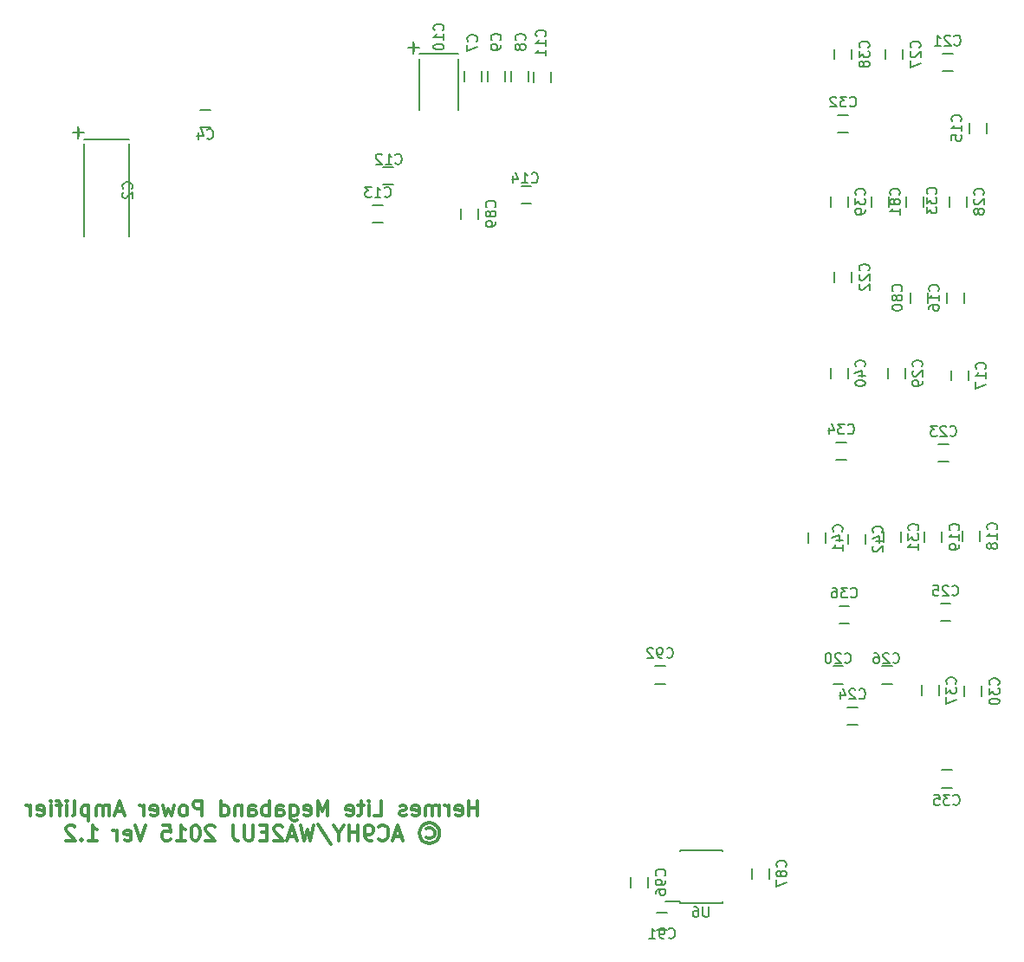
<source format=gbo>
%FSLAX46Y46*%
G04 Gerber Fmt 4.6, Leading zero omitted, Abs format (unit mm)*
G04 Created by KiCad (PCBNEW (2014-10-27 BZR 5228)-product) date 14/05/2015 10:32:42*
%MOMM*%
G01*
G04 APERTURE LIST*
%ADD10C,0.100000*%
%ADD11C,0.300000*%
%ADD12C,0.150000*%
G04 APERTURE END LIST*
D10*
D11*
X147464285Y-135278571D02*
X147464285Y-133778571D01*
X147464285Y-134492857D02*
X146607142Y-134492857D01*
X146607142Y-135278571D02*
X146607142Y-133778571D01*
X145321428Y-135207143D02*
X145464285Y-135278571D01*
X145749999Y-135278571D01*
X145892856Y-135207143D01*
X145964285Y-135064286D01*
X145964285Y-134492857D01*
X145892856Y-134350000D01*
X145749999Y-134278571D01*
X145464285Y-134278571D01*
X145321428Y-134350000D01*
X145249999Y-134492857D01*
X145249999Y-134635714D01*
X145964285Y-134778571D01*
X144607142Y-135278571D02*
X144607142Y-134278571D01*
X144607142Y-134564286D02*
X144535714Y-134421429D01*
X144464285Y-134350000D01*
X144321428Y-134278571D01*
X144178571Y-134278571D01*
X143678571Y-135278571D02*
X143678571Y-134278571D01*
X143678571Y-134421429D02*
X143607143Y-134350000D01*
X143464285Y-134278571D01*
X143250000Y-134278571D01*
X143107143Y-134350000D01*
X143035714Y-134492857D01*
X143035714Y-135278571D01*
X143035714Y-134492857D02*
X142964285Y-134350000D01*
X142821428Y-134278571D01*
X142607143Y-134278571D01*
X142464285Y-134350000D01*
X142392857Y-134492857D01*
X142392857Y-135278571D01*
X141107143Y-135207143D02*
X141250000Y-135278571D01*
X141535714Y-135278571D01*
X141678571Y-135207143D01*
X141750000Y-135064286D01*
X141750000Y-134492857D01*
X141678571Y-134350000D01*
X141535714Y-134278571D01*
X141250000Y-134278571D01*
X141107143Y-134350000D01*
X141035714Y-134492857D01*
X141035714Y-134635714D01*
X141750000Y-134778571D01*
X140464286Y-135207143D02*
X140321429Y-135278571D01*
X140035714Y-135278571D01*
X139892857Y-135207143D01*
X139821429Y-135064286D01*
X139821429Y-134992857D01*
X139892857Y-134850000D01*
X140035714Y-134778571D01*
X140250000Y-134778571D01*
X140392857Y-134707143D01*
X140464286Y-134564286D01*
X140464286Y-134492857D01*
X140392857Y-134350000D01*
X140250000Y-134278571D01*
X140035714Y-134278571D01*
X139892857Y-134350000D01*
X137321428Y-135278571D02*
X138035714Y-135278571D01*
X138035714Y-133778571D01*
X136821428Y-135278571D02*
X136821428Y-134278571D01*
X136821428Y-133778571D02*
X136892857Y-133850000D01*
X136821428Y-133921429D01*
X136750000Y-133850000D01*
X136821428Y-133778571D01*
X136821428Y-133921429D01*
X136321428Y-134278571D02*
X135749999Y-134278571D01*
X136107142Y-133778571D02*
X136107142Y-135064286D01*
X136035714Y-135207143D01*
X135892856Y-135278571D01*
X135749999Y-135278571D01*
X134678571Y-135207143D02*
X134821428Y-135278571D01*
X135107142Y-135278571D01*
X135249999Y-135207143D01*
X135321428Y-135064286D01*
X135321428Y-134492857D01*
X135249999Y-134350000D01*
X135107142Y-134278571D01*
X134821428Y-134278571D01*
X134678571Y-134350000D01*
X134607142Y-134492857D01*
X134607142Y-134635714D01*
X135321428Y-134778571D01*
X132821428Y-135278571D02*
X132821428Y-133778571D01*
X132321428Y-134850000D01*
X131821428Y-133778571D01*
X131821428Y-135278571D01*
X130535714Y-135207143D02*
X130678571Y-135278571D01*
X130964285Y-135278571D01*
X131107142Y-135207143D01*
X131178571Y-135064286D01*
X131178571Y-134492857D01*
X131107142Y-134350000D01*
X130964285Y-134278571D01*
X130678571Y-134278571D01*
X130535714Y-134350000D01*
X130464285Y-134492857D01*
X130464285Y-134635714D01*
X131178571Y-134778571D01*
X129178571Y-134278571D02*
X129178571Y-135492857D01*
X129250000Y-135635714D01*
X129321428Y-135707143D01*
X129464285Y-135778571D01*
X129678571Y-135778571D01*
X129821428Y-135707143D01*
X129178571Y-135207143D02*
X129321428Y-135278571D01*
X129607142Y-135278571D01*
X129750000Y-135207143D01*
X129821428Y-135135714D01*
X129892857Y-134992857D01*
X129892857Y-134564286D01*
X129821428Y-134421429D01*
X129750000Y-134350000D01*
X129607142Y-134278571D01*
X129321428Y-134278571D01*
X129178571Y-134350000D01*
X127821428Y-135278571D02*
X127821428Y-134492857D01*
X127892857Y-134350000D01*
X128035714Y-134278571D01*
X128321428Y-134278571D01*
X128464285Y-134350000D01*
X127821428Y-135207143D02*
X127964285Y-135278571D01*
X128321428Y-135278571D01*
X128464285Y-135207143D01*
X128535714Y-135064286D01*
X128535714Y-134921429D01*
X128464285Y-134778571D01*
X128321428Y-134707143D01*
X127964285Y-134707143D01*
X127821428Y-134635714D01*
X127107142Y-135278571D02*
X127107142Y-133778571D01*
X127107142Y-134350000D02*
X126964285Y-134278571D01*
X126678571Y-134278571D01*
X126535714Y-134350000D01*
X126464285Y-134421429D01*
X126392856Y-134564286D01*
X126392856Y-134992857D01*
X126464285Y-135135714D01*
X126535714Y-135207143D01*
X126678571Y-135278571D01*
X126964285Y-135278571D01*
X127107142Y-135207143D01*
X125107142Y-135278571D02*
X125107142Y-134492857D01*
X125178571Y-134350000D01*
X125321428Y-134278571D01*
X125607142Y-134278571D01*
X125749999Y-134350000D01*
X125107142Y-135207143D02*
X125249999Y-135278571D01*
X125607142Y-135278571D01*
X125749999Y-135207143D01*
X125821428Y-135064286D01*
X125821428Y-134921429D01*
X125749999Y-134778571D01*
X125607142Y-134707143D01*
X125249999Y-134707143D01*
X125107142Y-134635714D01*
X124392856Y-134278571D02*
X124392856Y-135278571D01*
X124392856Y-134421429D02*
X124321428Y-134350000D01*
X124178570Y-134278571D01*
X123964285Y-134278571D01*
X123821428Y-134350000D01*
X123749999Y-134492857D01*
X123749999Y-135278571D01*
X122392856Y-135278571D02*
X122392856Y-133778571D01*
X122392856Y-135207143D02*
X122535713Y-135278571D01*
X122821427Y-135278571D01*
X122964285Y-135207143D01*
X123035713Y-135135714D01*
X123107142Y-134992857D01*
X123107142Y-134564286D01*
X123035713Y-134421429D01*
X122964285Y-134350000D01*
X122821427Y-134278571D01*
X122535713Y-134278571D01*
X122392856Y-134350000D01*
X120535713Y-135278571D02*
X120535713Y-133778571D01*
X119964285Y-133778571D01*
X119821427Y-133850000D01*
X119749999Y-133921429D01*
X119678570Y-134064286D01*
X119678570Y-134278571D01*
X119749999Y-134421429D01*
X119821427Y-134492857D01*
X119964285Y-134564286D01*
X120535713Y-134564286D01*
X118821427Y-135278571D02*
X118964285Y-135207143D01*
X119035713Y-135135714D01*
X119107142Y-134992857D01*
X119107142Y-134564286D01*
X119035713Y-134421429D01*
X118964285Y-134350000D01*
X118821427Y-134278571D01*
X118607142Y-134278571D01*
X118464285Y-134350000D01*
X118392856Y-134421429D01*
X118321427Y-134564286D01*
X118321427Y-134992857D01*
X118392856Y-135135714D01*
X118464285Y-135207143D01*
X118607142Y-135278571D01*
X118821427Y-135278571D01*
X117821427Y-134278571D02*
X117535713Y-135278571D01*
X117249999Y-134564286D01*
X116964284Y-135278571D01*
X116678570Y-134278571D01*
X115535713Y-135207143D02*
X115678570Y-135278571D01*
X115964284Y-135278571D01*
X116107141Y-135207143D01*
X116178570Y-135064286D01*
X116178570Y-134492857D01*
X116107141Y-134350000D01*
X115964284Y-134278571D01*
X115678570Y-134278571D01*
X115535713Y-134350000D01*
X115464284Y-134492857D01*
X115464284Y-134635714D01*
X116178570Y-134778571D01*
X114821427Y-135278571D02*
X114821427Y-134278571D01*
X114821427Y-134564286D02*
X114749999Y-134421429D01*
X114678570Y-134350000D01*
X114535713Y-134278571D01*
X114392856Y-134278571D01*
X112821428Y-134850000D02*
X112107142Y-134850000D01*
X112964285Y-135278571D02*
X112464285Y-133778571D01*
X111964285Y-135278571D01*
X111464285Y-135278571D02*
X111464285Y-134278571D01*
X111464285Y-134421429D02*
X111392857Y-134350000D01*
X111249999Y-134278571D01*
X111035714Y-134278571D01*
X110892857Y-134350000D01*
X110821428Y-134492857D01*
X110821428Y-135278571D01*
X110821428Y-134492857D02*
X110749999Y-134350000D01*
X110607142Y-134278571D01*
X110392857Y-134278571D01*
X110249999Y-134350000D01*
X110178571Y-134492857D01*
X110178571Y-135278571D01*
X109464285Y-134278571D02*
X109464285Y-135778571D01*
X109464285Y-134350000D02*
X109321428Y-134278571D01*
X109035714Y-134278571D01*
X108892857Y-134350000D01*
X108821428Y-134421429D01*
X108749999Y-134564286D01*
X108749999Y-134992857D01*
X108821428Y-135135714D01*
X108892857Y-135207143D01*
X109035714Y-135278571D01*
X109321428Y-135278571D01*
X109464285Y-135207143D01*
X107892856Y-135278571D02*
X108035714Y-135207143D01*
X108107142Y-135064286D01*
X108107142Y-133778571D01*
X107321428Y-135278571D02*
X107321428Y-134278571D01*
X107321428Y-133778571D02*
X107392857Y-133850000D01*
X107321428Y-133921429D01*
X107250000Y-133850000D01*
X107321428Y-133778571D01*
X107321428Y-133921429D01*
X106821428Y-134278571D02*
X106249999Y-134278571D01*
X106607142Y-135278571D02*
X106607142Y-133992857D01*
X106535714Y-133850000D01*
X106392856Y-133778571D01*
X106249999Y-133778571D01*
X105749999Y-135278571D02*
X105749999Y-134278571D01*
X105749999Y-133778571D02*
X105821428Y-133850000D01*
X105749999Y-133921429D01*
X105678571Y-133850000D01*
X105749999Y-133778571D01*
X105749999Y-133921429D01*
X104464285Y-135207143D02*
X104607142Y-135278571D01*
X104892856Y-135278571D01*
X105035713Y-135207143D01*
X105107142Y-135064286D01*
X105107142Y-134492857D01*
X105035713Y-134350000D01*
X104892856Y-134278571D01*
X104607142Y-134278571D01*
X104464285Y-134350000D01*
X104392856Y-134492857D01*
X104392856Y-134635714D01*
X105107142Y-134778571D01*
X103749999Y-135278571D02*
X103749999Y-134278571D01*
X103749999Y-134564286D02*
X103678571Y-134421429D01*
X103607142Y-134350000D01*
X103464285Y-134278571D01*
X103321428Y-134278571D01*
X142464283Y-136535714D02*
X142607141Y-136464286D01*
X142892855Y-136464286D01*
X143035712Y-136535714D01*
X143178569Y-136678571D01*
X143249998Y-136821429D01*
X143249998Y-137107143D01*
X143178569Y-137250000D01*
X143035712Y-137392857D01*
X142892855Y-137464286D01*
X142607141Y-137464286D01*
X142464283Y-137392857D01*
X142749998Y-135964286D02*
X143107141Y-136035714D01*
X143464283Y-136250000D01*
X143678569Y-136607143D01*
X143749998Y-136964286D01*
X143678569Y-137321429D01*
X143464283Y-137678571D01*
X143107141Y-137892857D01*
X142749998Y-137964286D01*
X142392855Y-137892857D01*
X142035712Y-137678571D01*
X141821426Y-137321429D01*
X141749998Y-136964286D01*
X141821426Y-136607143D01*
X142035712Y-136250000D01*
X142392855Y-136035714D01*
X142749998Y-135964286D01*
X140035712Y-137250000D02*
X139321426Y-137250000D01*
X140178569Y-137678571D02*
X139678569Y-136178571D01*
X139178569Y-137678571D01*
X137821426Y-137535714D02*
X137892855Y-137607143D01*
X138107141Y-137678571D01*
X138249998Y-137678571D01*
X138464283Y-137607143D01*
X138607141Y-137464286D01*
X138678569Y-137321429D01*
X138749998Y-137035714D01*
X138749998Y-136821429D01*
X138678569Y-136535714D01*
X138607141Y-136392857D01*
X138464283Y-136250000D01*
X138249998Y-136178571D01*
X138107141Y-136178571D01*
X137892855Y-136250000D01*
X137821426Y-136321429D01*
X137107141Y-137678571D02*
X136821426Y-137678571D01*
X136678569Y-137607143D01*
X136607141Y-137535714D01*
X136464283Y-137321429D01*
X136392855Y-137035714D01*
X136392855Y-136464286D01*
X136464283Y-136321429D01*
X136535712Y-136250000D01*
X136678569Y-136178571D01*
X136964283Y-136178571D01*
X137107141Y-136250000D01*
X137178569Y-136321429D01*
X137249998Y-136464286D01*
X137249998Y-136821429D01*
X137178569Y-136964286D01*
X137107141Y-137035714D01*
X136964283Y-137107143D01*
X136678569Y-137107143D01*
X136535712Y-137035714D01*
X136464283Y-136964286D01*
X136392855Y-136821429D01*
X135749998Y-137678571D02*
X135749998Y-136178571D01*
X135749998Y-136892857D02*
X134892855Y-136892857D01*
X134892855Y-137678571D02*
X134892855Y-136178571D01*
X133892855Y-136964286D02*
X133892855Y-137678571D01*
X134392855Y-136178571D02*
X133892855Y-136964286D01*
X133392855Y-136178571D01*
X131821427Y-136107143D02*
X133107141Y-138035714D01*
X131464283Y-136178571D02*
X131107140Y-137678571D01*
X130821426Y-136607143D01*
X130535712Y-137678571D01*
X130178569Y-136178571D01*
X129678569Y-137250000D02*
X128964283Y-137250000D01*
X129821426Y-137678571D02*
X129321426Y-136178571D01*
X128821426Y-137678571D01*
X128392855Y-136321429D02*
X128321426Y-136250000D01*
X128178569Y-136178571D01*
X127821426Y-136178571D01*
X127678569Y-136250000D01*
X127607140Y-136321429D01*
X127535712Y-136464286D01*
X127535712Y-136607143D01*
X127607140Y-136821429D01*
X128464283Y-137678571D01*
X127535712Y-137678571D01*
X126892855Y-136892857D02*
X126392855Y-136892857D01*
X126178569Y-137678571D02*
X126892855Y-137678571D01*
X126892855Y-136178571D01*
X126178569Y-136178571D01*
X125535712Y-136178571D02*
X125535712Y-137392857D01*
X125464284Y-137535714D01*
X125392855Y-137607143D01*
X125249998Y-137678571D01*
X124964284Y-137678571D01*
X124821426Y-137607143D01*
X124749998Y-137535714D01*
X124678569Y-137392857D01*
X124678569Y-136178571D01*
X123535712Y-136178571D02*
X123535712Y-137250000D01*
X123607140Y-137464286D01*
X123749997Y-137607143D01*
X123964283Y-137678571D01*
X124107140Y-137678571D01*
X121749998Y-136321429D02*
X121678569Y-136250000D01*
X121535712Y-136178571D01*
X121178569Y-136178571D01*
X121035712Y-136250000D01*
X120964283Y-136321429D01*
X120892855Y-136464286D01*
X120892855Y-136607143D01*
X120964283Y-136821429D01*
X121821426Y-137678571D01*
X120892855Y-137678571D01*
X119964284Y-136178571D02*
X119821427Y-136178571D01*
X119678570Y-136250000D01*
X119607141Y-136321429D01*
X119535712Y-136464286D01*
X119464284Y-136750000D01*
X119464284Y-137107143D01*
X119535712Y-137392857D01*
X119607141Y-137535714D01*
X119678570Y-137607143D01*
X119821427Y-137678571D01*
X119964284Y-137678571D01*
X120107141Y-137607143D01*
X120178570Y-137535714D01*
X120249998Y-137392857D01*
X120321427Y-137107143D01*
X120321427Y-136750000D01*
X120249998Y-136464286D01*
X120178570Y-136321429D01*
X120107141Y-136250000D01*
X119964284Y-136178571D01*
X118035713Y-137678571D02*
X118892856Y-137678571D01*
X118464284Y-137678571D02*
X118464284Y-136178571D01*
X118607141Y-136392857D01*
X118749999Y-136535714D01*
X118892856Y-136607143D01*
X116678570Y-136178571D02*
X117392856Y-136178571D01*
X117464285Y-136892857D01*
X117392856Y-136821429D01*
X117249999Y-136750000D01*
X116892856Y-136750000D01*
X116749999Y-136821429D01*
X116678570Y-136892857D01*
X116607142Y-137035714D01*
X116607142Y-137392857D01*
X116678570Y-137535714D01*
X116749999Y-137607143D01*
X116892856Y-137678571D01*
X117249999Y-137678571D01*
X117392856Y-137607143D01*
X117464285Y-137535714D01*
X115035714Y-136178571D02*
X114535714Y-137678571D01*
X114035714Y-136178571D01*
X112964286Y-137607143D02*
X113107143Y-137678571D01*
X113392857Y-137678571D01*
X113535714Y-137607143D01*
X113607143Y-137464286D01*
X113607143Y-136892857D01*
X113535714Y-136750000D01*
X113392857Y-136678571D01*
X113107143Y-136678571D01*
X112964286Y-136750000D01*
X112892857Y-136892857D01*
X112892857Y-137035714D01*
X113607143Y-137178571D01*
X112250000Y-137678571D02*
X112250000Y-136678571D01*
X112250000Y-136964286D02*
X112178572Y-136821429D01*
X112107143Y-136750000D01*
X111964286Y-136678571D01*
X111821429Y-136678571D01*
X109392858Y-137678571D02*
X110250001Y-137678571D01*
X109821429Y-137678571D02*
X109821429Y-136178571D01*
X109964286Y-136392857D01*
X110107144Y-136535714D01*
X110250001Y-136607143D01*
X108750001Y-137535714D02*
X108678573Y-137607143D01*
X108750001Y-137678571D01*
X108821430Y-137607143D01*
X108750001Y-137535714D01*
X108750001Y-137678571D01*
X108107144Y-136321429D02*
X108035715Y-136250000D01*
X107892858Y-136178571D01*
X107535715Y-136178571D01*
X107392858Y-136250000D01*
X107321429Y-136321429D01*
X107250001Y-136464286D01*
X107250001Y-136607143D01*
X107321429Y-136821429D01*
X108178572Y-137678571D01*
X107250001Y-137678571D01*
D12*
X121353200Y-67982200D02*
X120353200Y-67982200D01*
X120353200Y-66282200D02*
X121353200Y-66282200D01*
X147839800Y-62479300D02*
X147839800Y-63479300D01*
X146139800Y-63479300D02*
X146139800Y-62479300D01*
X152411800Y-62479300D02*
X152411800Y-63479300D01*
X150711800Y-63479300D02*
X150711800Y-62479300D01*
X150163900Y-62479300D02*
X150163900Y-63479300D01*
X148463900Y-63479300D02*
X148463900Y-62479300D01*
X154659700Y-62555500D02*
X154659700Y-63555500D01*
X152959700Y-63555500D02*
X152959700Y-62555500D01*
X138200000Y-71850000D02*
X139200000Y-71850000D01*
X139200000Y-73550000D02*
X138200000Y-73550000D01*
X137231500Y-75578600D02*
X138231500Y-75578600D01*
X138231500Y-77278600D02*
X137231500Y-77278600D01*
X151722200Y-73711700D02*
X152722200Y-73711700D01*
X152722200Y-75411700D02*
X151722200Y-75411700D01*
X195550000Y-68500000D02*
X195550000Y-67500000D01*
X197250000Y-67500000D02*
X197250000Y-68500000D01*
X193350000Y-85100000D02*
X193350000Y-84100000D01*
X195050000Y-84100000D02*
X195050000Y-85100000D01*
X195450000Y-91700000D02*
X195450000Y-92700000D01*
X193750000Y-92700000D02*
X193750000Y-91700000D01*
X196550000Y-107400000D02*
X196550000Y-108400000D01*
X194850000Y-108400000D02*
X194850000Y-107400000D01*
X192850000Y-107500000D02*
X192850000Y-108500000D01*
X191150000Y-108500000D02*
X191150000Y-107500000D01*
X183200000Y-122350000D02*
X182200000Y-122350000D01*
X182200000Y-120650000D02*
X183200000Y-120650000D01*
X192900000Y-60750000D02*
X193900000Y-60750000D01*
X193900000Y-62450000D02*
X192900000Y-62450000D01*
X184050000Y-82100000D02*
X184050000Y-83100000D01*
X182350000Y-83100000D02*
X182350000Y-82100000D01*
X192500000Y-98950000D02*
X193500000Y-98950000D01*
X193500000Y-100650000D02*
X192500000Y-100650000D01*
X183600000Y-124650000D02*
X184600000Y-124650000D01*
X184600000Y-126350000D02*
X183600000Y-126350000D01*
X192700000Y-114550000D02*
X193700000Y-114550000D01*
X193700000Y-116250000D02*
X192700000Y-116250000D01*
X188000000Y-122350000D02*
X187000000Y-122350000D01*
X187000000Y-120650000D02*
X188000000Y-120650000D01*
X189050000Y-60300000D02*
X189050000Y-61300000D01*
X187350000Y-61300000D02*
X187350000Y-60300000D01*
X195250000Y-74700000D02*
X195250000Y-75700000D01*
X193550000Y-75700000D02*
X193550000Y-74700000D01*
X189250000Y-91500000D02*
X189250000Y-92500000D01*
X187550000Y-92500000D02*
X187550000Y-91500000D01*
X196750000Y-122600000D02*
X196750000Y-123600000D01*
X195050000Y-123600000D02*
X195050000Y-122600000D01*
X188850000Y-107500000D02*
X188850000Y-108500000D01*
X187150000Y-108500000D02*
X187150000Y-107500000D01*
X182700000Y-66750000D02*
X183700000Y-66750000D01*
X183700000Y-68450000D02*
X182700000Y-68450000D01*
X189350000Y-75700000D02*
X189350000Y-74700000D01*
X191050000Y-74700000D02*
X191050000Y-75700000D01*
X182500000Y-98750000D02*
X183500000Y-98750000D01*
X183500000Y-100450000D02*
X182500000Y-100450000D01*
X193806700Y-132510900D02*
X192806700Y-132510900D01*
X192806700Y-130810900D02*
X193806700Y-130810900D01*
X182800000Y-114750000D02*
X183800000Y-114750000D01*
X183800000Y-116450000D02*
X182800000Y-116450000D01*
X192550000Y-122500000D02*
X192550000Y-123500000D01*
X190850000Y-123500000D02*
X190850000Y-122500000D01*
X184050000Y-60300000D02*
X184050000Y-61300000D01*
X182350000Y-61300000D02*
X182350000Y-60300000D01*
X183650000Y-74700000D02*
X183650000Y-75700000D01*
X181950000Y-75700000D02*
X181950000Y-74700000D01*
X183650000Y-91500000D02*
X183650000Y-92500000D01*
X181950000Y-92500000D02*
X181950000Y-91500000D01*
X181450000Y-107600000D02*
X181450000Y-108600000D01*
X179750000Y-108600000D02*
X179750000Y-107600000D01*
X185350000Y-107700000D02*
X185350000Y-108700000D01*
X183650000Y-108700000D02*
X183650000Y-107700000D01*
X189750000Y-85100000D02*
X189750000Y-84100000D01*
X191450000Y-84100000D02*
X191450000Y-85100000D01*
X187650000Y-74700000D02*
X187650000Y-75700000D01*
X185950000Y-75700000D02*
X185950000Y-74700000D01*
X109000360Y-69098740D02*
X113399640Y-69098740D01*
X113399640Y-69599120D02*
X113399640Y-78600880D01*
X109000360Y-78600880D02*
X109000360Y-69599120D01*
X107898000Y-68445960D02*
X108997820Y-68445960D01*
X108398380Y-67846520D02*
X108398380Y-69045400D01*
X141775180Y-60741560D02*
X145575020Y-60741560D01*
X141775180Y-66240660D02*
X141775180Y-61241940D01*
X145575020Y-66238120D02*
X145575020Y-61239400D01*
X140672820Y-60139580D02*
X141772640Y-60139580D01*
X141173200Y-59540140D02*
X141173200Y-60739020D01*
X175950000Y-140400000D02*
X175950000Y-141400000D01*
X174250000Y-141400000D02*
X174250000Y-140400000D01*
X147550000Y-75900000D02*
X147550000Y-76900000D01*
X145850000Y-76900000D02*
X145850000Y-75900000D01*
X166000000Y-146450000D02*
X165000000Y-146450000D01*
X165000000Y-144750000D02*
X166000000Y-144750000D01*
X164800000Y-120650000D02*
X165800000Y-120650000D01*
X165800000Y-122350000D02*
X164800000Y-122350000D01*
X167225000Y-143775000D02*
X167225000Y-143630000D01*
X171375000Y-143775000D02*
X171375000Y-143630000D01*
X171375000Y-138625000D02*
X171375000Y-138770000D01*
X167225000Y-138625000D02*
X167225000Y-138770000D01*
X167225000Y-143775000D02*
X171375000Y-143775000D01*
X167225000Y-138625000D02*
X171375000Y-138625000D01*
X167225000Y-143630000D02*
X165825000Y-143630000D01*
X164150000Y-141250000D02*
X164150000Y-142250000D01*
X162450000Y-142250000D02*
X162450000Y-141250000D01*
X121030266Y-69010243D02*
X121077885Y-69057862D01*
X121220742Y-69105481D01*
X121315980Y-69105481D01*
X121458838Y-69057862D01*
X121554076Y-68962624D01*
X121601695Y-68867386D01*
X121649314Y-68676910D01*
X121649314Y-68534052D01*
X121601695Y-68343576D01*
X121554076Y-68248338D01*
X121458838Y-68153100D01*
X121315980Y-68105481D01*
X121220742Y-68105481D01*
X121077885Y-68153100D01*
X121030266Y-68200719D01*
X120173123Y-68438814D02*
X120173123Y-69105481D01*
X120411219Y-68057862D02*
X120649314Y-68772148D01*
X120030266Y-68772148D01*
X147357143Y-59533334D02*
X147404762Y-59485715D01*
X147452381Y-59342858D01*
X147452381Y-59247620D01*
X147404762Y-59104762D01*
X147309524Y-59009524D01*
X147214286Y-58961905D01*
X147023810Y-58914286D01*
X146880952Y-58914286D01*
X146690476Y-58961905D01*
X146595238Y-59009524D01*
X146500000Y-59104762D01*
X146452381Y-59247620D01*
X146452381Y-59342858D01*
X146500000Y-59485715D01*
X146547619Y-59533334D01*
X146452381Y-59866667D02*
X146452381Y-60533334D01*
X147452381Y-60104762D01*
X152057143Y-59433334D02*
X152104762Y-59385715D01*
X152152381Y-59242858D01*
X152152381Y-59147620D01*
X152104762Y-59004762D01*
X152009524Y-58909524D01*
X151914286Y-58861905D01*
X151723810Y-58814286D01*
X151580952Y-58814286D01*
X151390476Y-58861905D01*
X151295238Y-58909524D01*
X151200000Y-59004762D01*
X151152381Y-59147620D01*
X151152381Y-59242858D01*
X151200000Y-59385715D01*
X151247619Y-59433334D01*
X151580952Y-60004762D02*
X151533333Y-59909524D01*
X151485714Y-59861905D01*
X151390476Y-59814286D01*
X151342857Y-59814286D01*
X151247619Y-59861905D01*
X151200000Y-59909524D01*
X151152381Y-60004762D01*
X151152381Y-60195239D01*
X151200000Y-60290477D01*
X151247619Y-60338096D01*
X151342857Y-60385715D01*
X151390476Y-60385715D01*
X151485714Y-60338096D01*
X151533333Y-60290477D01*
X151580952Y-60195239D01*
X151580952Y-60004762D01*
X151628571Y-59909524D01*
X151676190Y-59861905D01*
X151771429Y-59814286D01*
X151961905Y-59814286D01*
X152057143Y-59861905D01*
X152104762Y-59909524D01*
X152152381Y-60004762D01*
X152152381Y-60195239D01*
X152104762Y-60290477D01*
X152057143Y-60338096D01*
X151961905Y-60385715D01*
X151771429Y-60385715D01*
X151676190Y-60338096D01*
X151628571Y-60290477D01*
X151580952Y-60195239D01*
X149657143Y-59433334D02*
X149704762Y-59385715D01*
X149752381Y-59242858D01*
X149752381Y-59147620D01*
X149704762Y-59004762D01*
X149609524Y-58909524D01*
X149514286Y-58861905D01*
X149323810Y-58814286D01*
X149180952Y-58814286D01*
X148990476Y-58861905D01*
X148895238Y-58909524D01*
X148800000Y-59004762D01*
X148752381Y-59147620D01*
X148752381Y-59242858D01*
X148800000Y-59385715D01*
X148847619Y-59433334D01*
X149752381Y-59909524D02*
X149752381Y-60100000D01*
X149704762Y-60195239D01*
X149657143Y-60242858D01*
X149514286Y-60338096D01*
X149323810Y-60385715D01*
X148942857Y-60385715D01*
X148847619Y-60338096D01*
X148800000Y-60290477D01*
X148752381Y-60195239D01*
X148752381Y-60004762D01*
X148800000Y-59909524D01*
X148847619Y-59861905D01*
X148942857Y-59814286D01*
X149180952Y-59814286D01*
X149276190Y-59861905D01*
X149323810Y-59909524D01*
X149371429Y-60004762D01*
X149371429Y-60195239D01*
X149323810Y-60290477D01*
X149276190Y-60338096D01*
X149180952Y-60385715D01*
X154057143Y-59057143D02*
X154104762Y-59009524D01*
X154152381Y-58866667D01*
X154152381Y-58771429D01*
X154104762Y-58628571D01*
X154009524Y-58533333D01*
X153914286Y-58485714D01*
X153723810Y-58438095D01*
X153580952Y-58438095D01*
X153390476Y-58485714D01*
X153295238Y-58533333D01*
X153200000Y-58628571D01*
X153152381Y-58771429D01*
X153152381Y-58866667D01*
X153200000Y-59009524D01*
X153247619Y-59057143D01*
X154152381Y-60009524D02*
X154152381Y-59438095D01*
X154152381Y-59723809D02*
X153152381Y-59723809D01*
X153295238Y-59628571D01*
X153390476Y-59533333D01*
X153438095Y-59438095D01*
X154152381Y-60961905D02*
X154152381Y-60390476D01*
X154152381Y-60676190D02*
X153152381Y-60676190D01*
X153295238Y-60580952D01*
X153390476Y-60485714D01*
X153438095Y-60390476D01*
X139429957Y-71452943D02*
X139477576Y-71500562D01*
X139620433Y-71548181D01*
X139715671Y-71548181D01*
X139858529Y-71500562D01*
X139953767Y-71405324D01*
X140001386Y-71310086D01*
X140049005Y-71119610D01*
X140049005Y-70976752D01*
X140001386Y-70786276D01*
X139953767Y-70691038D01*
X139858529Y-70595800D01*
X139715671Y-70548181D01*
X139620433Y-70548181D01*
X139477576Y-70595800D01*
X139429957Y-70643419D01*
X138477576Y-71548181D02*
X139049005Y-71548181D01*
X138763291Y-71548181D02*
X138763291Y-70548181D01*
X138858529Y-70691038D01*
X138953767Y-70786276D01*
X139049005Y-70833895D01*
X138096624Y-70643419D02*
X138049005Y-70595800D01*
X137953767Y-70548181D01*
X137715671Y-70548181D01*
X137620433Y-70595800D01*
X137572814Y-70643419D01*
X137525195Y-70738657D01*
X137525195Y-70833895D01*
X137572814Y-70976752D01*
X138144243Y-71548181D01*
X137525195Y-71548181D01*
X138374357Y-74685743D02*
X138421976Y-74733362D01*
X138564833Y-74780981D01*
X138660071Y-74780981D01*
X138802929Y-74733362D01*
X138898167Y-74638124D01*
X138945786Y-74542886D01*
X138993405Y-74352410D01*
X138993405Y-74209552D01*
X138945786Y-74019076D01*
X138898167Y-73923838D01*
X138802929Y-73828600D01*
X138660071Y-73780981D01*
X138564833Y-73780981D01*
X138421976Y-73828600D01*
X138374357Y-73876219D01*
X137421976Y-74780981D02*
X137993405Y-74780981D01*
X137707691Y-74780981D02*
X137707691Y-73780981D01*
X137802929Y-73923838D01*
X137898167Y-74019076D01*
X137993405Y-74066695D01*
X137088643Y-73780981D02*
X136469595Y-73780981D01*
X136802929Y-74161933D01*
X136660071Y-74161933D01*
X136564833Y-74209552D01*
X136517214Y-74257171D01*
X136469595Y-74352410D01*
X136469595Y-74590505D01*
X136517214Y-74685743D01*
X136564833Y-74733362D01*
X136660071Y-74780981D01*
X136945786Y-74780981D01*
X137041024Y-74733362D01*
X137088643Y-74685743D01*
X152738657Y-73288343D02*
X152786276Y-73335962D01*
X152929133Y-73383581D01*
X153024371Y-73383581D01*
X153167229Y-73335962D01*
X153262467Y-73240724D01*
X153310086Y-73145486D01*
X153357705Y-72955010D01*
X153357705Y-72812152D01*
X153310086Y-72621676D01*
X153262467Y-72526438D01*
X153167229Y-72431200D01*
X153024371Y-72383581D01*
X152929133Y-72383581D01*
X152786276Y-72431200D01*
X152738657Y-72478819D01*
X151786276Y-73383581D02*
X152357705Y-73383581D01*
X152071991Y-73383581D02*
X152071991Y-72383581D01*
X152167229Y-72526438D01*
X152262467Y-72621676D01*
X152357705Y-72669295D01*
X150929133Y-72716914D02*
X150929133Y-73383581D01*
X151167229Y-72335962D02*
X151405324Y-73050248D01*
X150786276Y-73050248D01*
X194657143Y-67357143D02*
X194704762Y-67309524D01*
X194752381Y-67166667D01*
X194752381Y-67071429D01*
X194704762Y-66928571D01*
X194609524Y-66833333D01*
X194514286Y-66785714D01*
X194323810Y-66738095D01*
X194180952Y-66738095D01*
X193990476Y-66785714D01*
X193895238Y-66833333D01*
X193800000Y-66928571D01*
X193752381Y-67071429D01*
X193752381Y-67166667D01*
X193800000Y-67309524D01*
X193847619Y-67357143D01*
X194752381Y-68309524D02*
X194752381Y-67738095D01*
X194752381Y-68023809D02*
X193752381Y-68023809D01*
X193895238Y-67928571D01*
X193990476Y-67833333D01*
X194038095Y-67738095D01*
X193752381Y-69214286D02*
X193752381Y-68738095D01*
X194228571Y-68690476D01*
X194180952Y-68738095D01*
X194133333Y-68833333D01*
X194133333Y-69071429D01*
X194180952Y-69166667D01*
X194228571Y-69214286D01*
X194323810Y-69261905D01*
X194561905Y-69261905D01*
X194657143Y-69214286D01*
X194704762Y-69166667D01*
X194752381Y-69071429D01*
X194752381Y-68833333D01*
X194704762Y-68738095D01*
X194657143Y-68690476D01*
X192457143Y-83957143D02*
X192504762Y-83909524D01*
X192552381Y-83766667D01*
X192552381Y-83671429D01*
X192504762Y-83528571D01*
X192409524Y-83433333D01*
X192314286Y-83385714D01*
X192123810Y-83338095D01*
X191980952Y-83338095D01*
X191790476Y-83385714D01*
X191695238Y-83433333D01*
X191600000Y-83528571D01*
X191552381Y-83671429D01*
X191552381Y-83766667D01*
X191600000Y-83909524D01*
X191647619Y-83957143D01*
X192552381Y-84909524D02*
X192552381Y-84338095D01*
X192552381Y-84623809D02*
X191552381Y-84623809D01*
X191695238Y-84528571D01*
X191790476Y-84433333D01*
X191838095Y-84338095D01*
X191552381Y-85766667D02*
X191552381Y-85576190D01*
X191600000Y-85480952D01*
X191647619Y-85433333D01*
X191790476Y-85338095D01*
X191980952Y-85290476D01*
X192361905Y-85290476D01*
X192457143Y-85338095D01*
X192504762Y-85385714D01*
X192552381Y-85480952D01*
X192552381Y-85671429D01*
X192504762Y-85766667D01*
X192457143Y-85814286D01*
X192361905Y-85861905D01*
X192123810Y-85861905D01*
X192028571Y-85814286D01*
X191980952Y-85766667D01*
X191933333Y-85671429D01*
X191933333Y-85480952D01*
X191980952Y-85385714D01*
X192028571Y-85338095D01*
X192123810Y-85290476D01*
X197057143Y-91557143D02*
X197104762Y-91509524D01*
X197152381Y-91366667D01*
X197152381Y-91271429D01*
X197104762Y-91128571D01*
X197009524Y-91033333D01*
X196914286Y-90985714D01*
X196723810Y-90938095D01*
X196580952Y-90938095D01*
X196390476Y-90985714D01*
X196295238Y-91033333D01*
X196200000Y-91128571D01*
X196152381Y-91271429D01*
X196152381Y-91366667D01*
X196200000Y-91509524D01*
X196247619Y-91557143D01*
X197152381Y-92509524D02*
X197152381Y-91938095D01*
X197152381Y-92223809D02*
X196152381Y-92223809D01*
X196295238Y-92128571D01*
X196390476Y-92033333D01*
X196438095Y-91938095D01*
X196152381Y-92842857D02*
X196152381Y-93509524D01*
X197152381Y-93080952D01*
X198157143Y-107257143D02*
X198204762Y-107209524D01*
X198252381Y-107066667D01*
X198252381Y-106971429D01*
X198204762Y-106828571D01*
X198109524Y-106733333D01*
X198014286Y-106685714D01*
X197823810Y-106638095D01*
X197680952Y-106638095D01*
X197490476Y-106685714D01*
X197395238Y-106733333D01*
X197300000Y-106828571D01*
X197252381Y-106971429D01*
X197252381Y-107066667D01*
X197300000Y-107209524D01*
X197347619Y-107257143D01*
X198252381Y-108209524D02*
X198252381Y-107638095D01*
X198252381Y-107923809D02*
X197252381Y-107923809D01*
X197395238Y-107828571D01*
X197490476Y-107733333D01*
X197538095Y-107638095D01*
X197680952Y-108780952D02*
X197633333Y-108685714D01*
X197585714Y-108638095D01*
X197490476Y-108590476D01*
X197442857Y-108590476D01*
X197347619Y-108638095D01*
X197300000Y-108685714D01*
X197252381Y-108780952D01*
X197252381Y-108971429D01*
X197300000Y-109066667D01*
X197347619Y-109114286D01*
X197442857Y-109161905D01*
X197490476Y-109161905D01*
X197585714Y-109114286D01*
X197633333Y-109066667D01*
X197680952Y-108971429D01*
X197680952Y-108780952D01*
X197728571Y-108685714D01*
X197776190Y-108638095D01*
X197871429Y-108590476D01*
X198061905Y-108590476D01*
X198157143Y-108638095D01*
X198204762Y-108685714D01*
X198252381Y-108780952D01*
X198252381Y-108971429D01*
X198204762Y-109066667D01*
X198157143Y-109114286D01*
X198061905Y-109161905D01*
X197871429Y-109161905D01*
X197776190Y-109114286D01*
X197728571Y-109066667D01*
X197680952Y-108971429D01*
X194457143Y-107357143D02*
X194504762Y-107309524D01*
X194552381Y-107166667D01*
X194552381Y-107071429D01*
X194504762Y-106928571D01*
X194409524Y-106833333D01*
X194314286Y-106785714D01*
X194123810Y-106738095D01*
X193980952Y-106738095D01*
X193790476Y-106785714D01*
X193695238Y-106833333D01*
X193600000Y-106928571D01*
X193552381Y-107071429D01*
X193552381Y-107166667D01*
X193600000Y-107309524D01*
X193647619Y-107357143D01*
X194552381Y-108309524D02*
X194552381Y-107738095D01*
X194552381Y-108023809D02*
X193552381Y-108023809D01*
X193695238Y-107928571D01*
X193790476Y-107833333D01*
X193838095Y-107738095D01*
X194552381Y-108785714D02*
X194552381Y-108976190D01*
X194504762Y-109071429D01*
X194457143Y-109119048D01*
X194314286Y-109214286D01*
X194123810Y-109261905D01*
X193742857Y-109261905D01*
X193647619Y-109214286D01*
X193600000Y-109166667D01*
X193552381Y-109071429D01*
X193552381Y-108880952D01*
X193600000Y-108785714D01*
X193647619Y-108738095D01*
X193742857Y-108690476D01*
X193980952Y-108690476D01*
X194076190Y-108738095D01*
X194123810Y-108785714D01*
X194171429Y-108880952D01*
X194171429Y-109071429D01*
X194123810Y-109166667D01*
X194076190Y-109214286D01*
X193980952Y-109261905D01*
X183342857Y-120257143D02*
X183390476Y-120304762D01*
X183533333Y-120352381D01*
X183628571Y-120352381D01*
X183771429Y-120304762D01*
X183866667Y-120209524D01*
X183914286Y-120114286D01*
X183961905Y-119923810D01*
X183961905Y-119780952D01*
X183914286Y-119590476D01*
X183866667Y-119495238D01*
X183771429Y-119400000D01*
X183628571Y-119352381D01*
X183533333Y-119352381D01*
X183390476Y-119400000D01*
X183342857Y-119447619D01*
X182961905Y-119447619D02*
X182914286Y-119400000D01*
X182819048Y-119352381D01*
X182580952Y-119352381D01*
X182485714Y-119400000D01*
X182438095Y-119447619D01*
X182390476Y-119542857D01*
X182390476Y-119638095D01*
X182438095Y-119780952D01*
X183009524Y-120352381D01*
X182390476Y-120352381D01*
X181771429Y-119352381D02*
X181676190Y-119352381D01*
X181580952Y-119400000D01*
X181533333Y-119447619D01*
X181485714Y-119542857D01*
X181438095Y-119733333D01*
X181438095Y-119971429D01*
X181485714Y-120161905D01*
X181533333Y-120257143D01*
X181580952Y-120304762D01*
X181676190Y-120352381D01*
X181771429Y-120352381D01*
X181866667Y-120304762D01*
X181914286Y-120257143D01*
X181961905Y-120161905D01*
X182009524Y-119971429D01*
X182009524Y-119733333D01*
X181961905Y-119542857D01*
X181914286Y-119447619D01*
X181866667Y-119400000D01*
X181771429Y-119352381D01*
X194042857Y-59857143D02*
X194090476Y-59904762D01*
X194233333Y-59952381D01*
X194328571Y-59952381D01*
X194471429Y-59904762D01*
X194566667Y-59809524D01*
X194614286Y-59714286D01*
X194661905Y-59523810D01*
X194661905Y-59380952D01*
X194614286Y-59190476D01*
X194566667Y-59095238D01*
X194471429Y-59000000D01*
X194328571Y-58952381D01*
X194233333Y-58952381D01*
X194090476Y-59000000D01*
X194042857Y-59047619D01*
X193661905Y-59047619D02*
X193614286Y-59000000D01*
X193519048Y-58952381D01*
X193280952Y-58952381D01*
X193185714Y-59000000D01*
X193138095Y-59047619D01*
X193090476Y-59142857D01*
X193090476Y-59238095D01*
X193138095Y-59380952D01*
X193709524Y-59952381D01*
X193090476Y-59952381D01*
X192138095Y-59952381D02*
X192709524Y-59952381D01*
X192423810Y-59952381D02*
X192423810Y-58952381D01*
X192519048Y-59095238D01*
X192614286Y-59190476D01*
X192709524Y-59238095D01*
X185657143Y-81957143D02*
X185704762Y-81909524D01*
X185752381Y-81766667D01*
X185752381Y-81671429D01*
X185704762Y-81528571D01*
X185609524Y-81433333D01*
X185514286Y-81385714D01*
X185323810Y-81338095D01*
X185180952Y-81338095D01*
X184990476Y-81385714D01*
X184895238Y-81433333D01*
X184800000Y-81528571D01*
X184752381Y-81671429D01*
X184752381Y-81766667D01*
X184800000Y-81909524D01*
X184847619Y-81957143D01*
X184847619Y-82338095D02*
X184800000Y-82385714D01*
X184752381Y-82480952D01*
X184752381Y-82719048D01*
X184800000Y-82814286D01*
X184847619Y-82861905D01*
X184942857Y-82909524D01*
X185038095Y-82909524D01*
X185180952Y-82861905D01*
X185752381Y-82290476D01*
X185752381Y-82909524D01*
X184847619Y-83290476D02*
X184800000Y-83338095D01*
X184752381Y-83433333D01*
X184752381Y-83671429D01*
X184800000Y-83766667D01*
X184847619Y-83814286D01*
X184942857Y-83861905D01*
X185038095Y-83861905D01*
X185180952Y-83814286D01*
X185752381Y-83242857D01*
X185752381Y-83861905D01*
X193642857Y-98057143D02*
X193690476Y-98104762D01*
X193833333Y-98152381D01*
X193928571Y-98152381D01*
X194071429Y-98104762D01*
X194166667Y-98009524D01*
X194214286Y-97914286D01*
X194261905Y-97723810D01*
X194261905Y-97580952D01*
X194214286Y-97390476D01*
X194166667Y-97295238D01*
X194071429Y-97200000D01*
X193928571Y-97152381D01*
X193833333Y-97152381D01*
X193690476Y-97200000D01*
X193642857Y-97247619D01*
X193261905Y-97247619D02*
X193214286Y-97200000D01*
X193119048Y-97152381D01*
X192880952Y-97152381D01*
X192785714Y-97200000D01*
X192738095Y-97247619D01*
X192690476Y-97342857D01*
X192690476Y-97438095D01*
X192738095Y-97580952D01*
X193309524Y-98152381D01*
X192690476Y-98152381D01*
X192357143Y-97152381D02*
X191738095Y-97152381D01*
X192071429Y-97533333D01*
X191928571Y-97533333D01*
X191833333Y-97580952D01*
X191785714Y-97628571D01*
X191738095Y-97723810D01*
X191738095Y-97961905D01*
X191785714Y-98057143D01*
X191833333Y-98104762D01*
X191928571Y-98152381D01*
X192214286Y-98152381D01*
X192309524Y-98104762D01*
X192357143Y-98057143D01*
X184742857Y-123757143D02*
X184790476Y-123804762D01*
X184933333Y-123852381D01*
X185028571Y-123852381D01*
X185171429Y-123804762D01*
X185266667Y-123709524D01*
X185314286Y-123614286D01*
X185361905Y-123423810D01*
X185361905Y-123280952D01*
X185314286Y-123090476D01*
X185266667Y-122995238D01*
X185171429Y-122900000D01*
X185028571Y-122852381D01*
X184933333Y-122852381D01*
X184790476Y-122900000D01*
X184742857Y-122947619D01*
X184361905Y-122947619D02*
X184314286Y-122900000D01*
X184219048Y-122852381D01*
X183980952Y-122852381D01*
X183885714Y-122900000D01*
X183838095Y-122947619D01*
X183790476Y-123042857D01*
X183790476Y-123138095D01*
X183838095Y-123280952D01*
X184409524Y-123852381D01*
X183790476Y-123852381D01*
X182933333Y-123185714D02*
X182933333Y-123852381D01*
X183171429Y-122804762D02*
X183409524Y-123519048D01*
X182790476Y-123519048D01*
X193842857Y-113657143D02*
X193890476Y-113704762D01*
X194033333Y-113752381D01*
X194128571Y-113752381D01*
X194271429Y-113704762D01*
X194366667Y-113609524D01*
X194414286Y-113514286D01*
X194461905Y-113323810D01*
X194461905Y-113180952D01*
X194414286Y-112990476D01*
X194366667Y-112895238D01*
X194271429Y-112800000D01*
X194128571Y-112752381D01*
X194033333Y-112752381D01*
X193890476Y-112800000D01*
X193842857Y-112847619D01*
X193461905Y-112847619D02*
X193414286Y-112800000D01*
X193319048Y-112752381D01*
X193080952Y-112752381D01*
X192985714Y-112800000D01*
X192938095Y-112847619D01*
X192890476Y-112942857D01*
X192890476Y-113038095D01*
X192938095Y-113180952D01*
X193509524Y-113752381D01*
X192890476Y-113752381D01*
X191985714Y-112752381D02*
X192461905Y-112752381D01*
X192509524Y-113228571D01*
X192461905Y-113180952D01*
X192366667Y-113133333D01*
X192128571Y-113133333D01*
X192033333Y-113180952D01*
X191985714Y-113228571D01*
X191938095Y-113323810D01*
X191938095Y-113561905D01*
X191985714Y-113657143D01*
X192033333Y-113704762D01*
X192128571Y-113752381D01*
X192366667Y-113752381D01*
X192461905Y-113704762D01*
X192509524Y-113657143D01*
X188042857Y-120257143D02*
X188090476Y-120304762D01*
X188233333Y-120352381D01*
X188328571Y-120352381D01*
X188471429Y-120304762D01*
X188566667Y-120209524D01*
X188614286Y-120114286D01*
X188661905Y-119923810D01*
X188661905Y-119780952D01*
X188614286Y-119590476D01*
X188566667Y-119495238D01*
X188471429Y-119400000D01*
X188328571Y-119352381D01*
X188233333Y-119352381D01*
X188090476Y-119400000D01*
X188042857Y-119447619D01*
X187661905Y-119447619D02*
X187614286Y-119400000D01*
X187519048Y-119352381D01*
X187280952Y-119352381D01*
X187185714Y-119400000D01*
X187138095Y-119447619D01*
X187090476Y-119542857D01*
X187090476Y-119638095D01*
X187138095Y-119780952D01*
X187709524Y-120352381D01*
X187090476Y-120352381D01*
X186233333Y-119352381D02*
X186423810Y-119352381D01*
X186519048Y-119400000D01*
X186566667Y-119447619D01*
X186661905Y-119590476D01*
X186709524Y-119780952D01*
X186709524Y-120161905D01*
X186661905Y-120257143D01*
X186614286Y-120304762D01*
X186519048Y-120352381D01*
X186328571Y-120352381D01*
X186233333Y-120304762D01*
X186185714Y-120257143D01*
X186138095Y-120161905D01*
X186138095Y-119923810D01*
X186185714Y-119828571D01*
X186233333Y-119780952D01*
X186328571Y-119733333D01*
X186519048Y-119733333D01*
X186614286Y-119780952D01*
X186661905Y-119828571D01*
X186709524Y-119923810D01*
X190657143Y-60157143D02*
X190704762Y-60109524D01*
X190752381Y-59966667D01*
X190752381Y-59871429D01*
X190704762Y-59728571D01*
X190609524Y-59633333D01*
X190514286Y-59585714D01*
X190323810Y-59538095D01*
X190180952Y-59538095D01*
X189990476Y-59585714D01*
X189895238Y-59633333D01*
X189800000Y-59728571D01*
X189752381Y-59871429D01*
X189752381Y-59966667D01*
X189800000Y-60109524D01*
X189847619Y-60157143D01*
X189847619Y-60538095D02*
X189800000Y-60585714D01*
X189752381Y-60680952D01*
X189752381Y-60919048D01*
X189800000Y-61014286D01*
X189847619Y-61061905D01*
X189942857Y-61109524D01*
X190038095Y-61109524D01*
X190180952Y-61061905D01*
X190752381Y-60490476D01*
X190752381Y-61109524D01*
X189752381Y-61442857D02*
X189752381Y-62109524D01*
X190752381Y-61680952D01*
X196857143Y-74557143D02*
X196904762Y-74509524D01*
X196952381Y-74366667D01*
X196952381Y-74271429D01*
X196904762Y-74128571D01*
X196809524Y-74033333D01*
X196714286Y-73985714D01*
X196523810Y-73938095D01*
X196380952Y-73938095D01*
X196190476Y-73985714D01*
X196095238Y-74033333D01*
X196000000Y-74128571D01*
X195952381Y-74271429D01*
X195952381Y-74366667D01*
X196000000Y-74509524D01*
X196047619Y-74557143D01*
X196047619Y-74938095D02*
X196000000Y-74985714D01*
X195952381Y-75080952D01*
X195952381Y-75319048D01*
X196000000Y-75414286D01*
X196047619Y-75461905D01*
X196142857Y-75509524D01*
X196238095Y-75509524D01*
X196380952Y-75461905D01*
X196952381Y-74890476D01*
X196952381Y-75509524D01*
X196380952Y-76080952D02*
X196333333Y-75985714D01*
X196285714Y-75938095D01*
X196190476Y-75890476D01*
X196142857Y-75890476D01*
X196047619Y-75938095D01*
X196000000Y-75985714D01*
X195952381Y-76080952D01*
X195952381Y-76271429D01*
X196000000Y-76366667D01*
X196047619Y-76414286D01*
X196142857Y-76461905D01*
X196190476Y-76461905D01*
X196285714Y-76414286D01*
X196333333Y-76366667D01*
X196380952Y-76271429D01*
X196380952Y-76080952D01*
X196428571Y-75985714D01*
X196476190Y-75938095D01*
X196571429Y-75890476D01*
X196761905Y-75890476D01*
X196857143Y-75938095D01*
X196904762Y-75985714D01*
X196952381Y-76080952D01*
X196952381Y-76271429D01*
X196904762Y-76366667D01*
X196857143Y-76414286D01*
X196761905Y-76461905D01*
X196571429Y-76461905D01*
X196476190Y-76414286D01*
X196428571Y-76366667D01*
X196380952Y-76271429D01*
X190857143Y-91357143D02*
X190904762Y-91309524D01*
X190952381Y-91166667D01*
X190952381Y-91071429D01*
X190904762Y-90928571D01*
X190809524Y-90833333D01*
X190714286Y-90785714D01*
X190523810Y-90738095D01*
X190380952Y-90738095D01*
X190190476Y-90785714D01*
X190095238Y-90833333D01*
X190000000Y-90928571D01*
X189952381Y-91071429D01*
X189952381Y-91166667D01*
X190000000Y-91309524D01*
X190047619Y-91357143D01*
X190047619Y-91738095D02*
X190000000Y-91785714D01*
X189952381Y-91880952D01*
X189952381Y-92119048D01*
X190000000Y-92214286D01*
X190047619Y-92261905D01*
X190142857Y-92309524D01*
X190238095Y-92309524D01*
X190380952Y-92261905D01*
X190952381Y-91690476D01*
X190952381Y-92309524D01*
X190952381Y-92785714D02*
X190952381Y-92976190D01*
X190904762Y-93071429D01*
X190857143Y-93119048D01*
X190714286Y-93214286D01*
X190523810Y-93261905D01*
X190142857Y-93261905D01*
X190047619Y-93214286D01*
X190000000Y-93166667D01*
X189952381Y-93071429D01*
X189952381Y-92880952D01*
X190000000Y-92785714D01*
X190047619Y-92738095D01*
X190142857Y-92690476D01*
X190380952Y-92690476D01*
X190476190Y-92738095D01*
X190523810Y-92785714D01*
X190571429Y-92880952D01*
X190571429Y-93071429D01*
X190523810Y-93166667D01*
X190476190Y-93214286D01*
X190380952Y-93261905D01*
X198357143Y-122457143D02*
X198404762Y-122409524D01*
X198452381Y-122266667D01*
X198452381Y-122171429D01*
X198404762Y-122028571D01*
X198309524Y-121933333D01*
X198214286Y-121885714D01*
X198023810Y-121838095D01*
X197880952Y-121838095D01*
X197690476Y-121885714D01*
X197595238Y-121933333D01*
X197500000Y-122028571D01*
X197452381Y-122171429D01*
X197452381Y-122266667D01*
X197500000Y-122409524D01*
X197547619Y-122457143D01*
X197452381Y-122790476D02*
X197452381Y-123409524D01*
X197833333Y-123076190D01*
X197833333Y-123219048D01*
X197880952Y-123314286D01*
X197928571Y-123361905D01*
X198023810Y-123409524D01*
X198261905Y-123409524D01*
X198357143Y-123361905D01*
X198404762Y-123314286D01*
X198452381Y-123219048D01*
X198452381Y-122933333D01*
X198404762Y-122838095D01*
X198357143Y-122790476D01*
X197452381Y-124028571D02*
X197452381Y-124123810D01*
X197500000Y-124219048D01*
X197547619Y-124266667D01*
X197642857Y-124314286D01*
X197833333Y-124361905D01*
X198071429Y-124361905D01*
X198261905Y-124314286D01*
X198357143Y-124266667D01*
X198404762Y-124219048D01*
X198452381Y-124123810D01*
X198452381Y-124028571D01*
X198404762Y-123933333D01*
X198357143Y-123885714D01*
X198261905Y-123838095D01*
X198071429Y-123790476D01*
X197833333Y-123790476D01*
X197642857Y-123838095D01*
X197547619Y-123885714D01*
X197500000Y-123933333D01*
X197452381Y-124028571D01*
X190457143Y-107357143D02*
X190504762Y-107309524D01*
X190552381Y-107166667D01*
X190552381Y-107071429D01*
X190504762Y-106928571D01*
X190409524Y-106833333D01*
X190314286Y-106785714D01*
X190123810Y-106738095D01*
X189980952Y-106738095D01*
X189790476Y-106785714D01*
X189695238Y-106833333D01*
X189600000Y-106928571D01*
X189552381Y-107071429D01*
X189552381Y-107166667D01*
X189600000Y-107309524D01*
X189647619Y-107357143D01*
X189552381Y-107690476D02*
X189552381Y-108309524D01*
X189933333Y-107976190D01*
X189933333Y-108119048D01*
X189980952Y-108214286D01*
X190028571Y-108261905D01*
X190123810Y-108309524D01*
X190361905Y-108309524D01*
X190457143Y-108261905D01*
X190504762Y-108214286D01*
X190552381Y-108119048D01*
X190552381Y-107833333D01*
X190504762Y-107738095D01*
X190457143Y-107690476D01*
X190552381Y-109261905D02*
X190552381Y-108690476D01*
X190552381Y-108976190D02*
X189552381Y-108976190D01*
X189695238Y-108880952D01*
X189790476Y-108785714D01*
X189838095Y-108690476D01*
X183842857Y-65857143D02*
X183890476Y-65904762D01*
X184033333Y-65952381D01*
X184128571Y-65952381D01*
X184271429Y-65904762D01*
X184366667Y-65809524D01*
X184414286Y-65714286D01*
X184461905Y-65523810D01*
X184461905Y-65380952D01*
X184414286Y-65190476D01*
X184366667Y-65095238D01*
X184271429Y-65000000D01*
X184128571Y-64952381D01*
X184033333Y-64952381D01*
X183890476Y-65000000D01*
X183842857Y-65047619D01*
X183509524Y-64952381D02*
X182890476Y-64952381D01*
X183223810Y-65333333D01*
X183080952Y-65333333D01*
X182985714Y-65380952D01*
X182938095Y-65428571D01*
X182890476Y-65523810D01*
X182890476Y-65761905D01*
X182938095Y-65857143D01*
X182985714Y-65904762D01*
X183080952Y-65952381D01*
X183366667Y-65952381D01*
X183461905Y-65904762D01*
X183509524Y-65857143D01*
X182509524Y-65047619D02*
X182461905Y-65000000D01*
X182366667Y-64952381D01*
X182128571Y-64952381D01*
X182033333Y-65000000D01*
X181985714Y-65047619D01*
X181938095Y-65142857D01*
X181938095Y-65238095D01*
X181985714Y-65380952D01*
X182557143Y-65952381D01*
X181938095Y-65952381D01*
X192257143Y-74457143D02*
X192304762Y-74409524D01*
X192352381Y-74266667D01*
X192352381Y-74171429D01*
X192304762Y-74028571D01*
X192209524Y-73933333D01*
X192114286Y-73885714D01*
X191923810Y-73838095D01*
X191780952Y-73838095D01*
X191590476Y-73885714D01*
X191495238Y-73933333D01*
X191400000Y-74028571D01*
X191352381Y-74171429D01*
X191352381Y-74266667D01*
X191400000Y-74409524D01*
X191447619Y-74457143D01*
X191352381Y-74790476D02*
X191352381Y-75409524D01*
X191733333Y-75076190D01*
X191733333Y-75219048D01*
X191780952Y-75314286D01*
X191828571Y-75361905D01*
X191923810Y-75409524D01*
X192161905Y-75409524D01*
X192257143Y-75361905D01*
X192304762Y-75314286D01*
X192352381Y-75219048D01*
X192352381Y-74933333D01*
X192304762Y-74838095D01*
X192257143Y-74790476D01*
X191352381Y-75742857D02*
X191352381Y-76361905D01*
X191733333Y-76028571D01*
X191733333Y-76171429D01*
X191780952Y-76266667D01*
X191828571Y-76314286D01*
X191923810Y-76361905D01*
X192161905Y-76361905D01*
X192257143Y-76314286D01*
X192304762Y-76266667D01*
X192352381Y-76171429D01*
X192352381Y-75885714D01*
X192304762Y-75790476D01*
X192257143Y-75742857D01*
X183642857Y-97857143D02*
X183690476Y-97904762D01*
X183833333Y-97952381D01*
X183928571Y-97952381D01*
X184071429Y-97904762D01*
X184166667Y-97809524D01*
X184214286Y-97714286D01*
X184261905Y-97523810D01*
X184261905Y-97380952D01*
X184214286Y-97190476D01*
X184166667Y-97095238D01*
X184071429Y-97000000D01*
X183928571Y-96952381D01*
X183833333Y-96952381D01*
X183690476Y-97000000D01*
X183642857Y-97047619D01*
X183309524Y-96952381D02*
X182690476Y-96952381D01*
X183023810Y-97333333D01*
X182880952Y-97333333D01*
X182785714Y-97380952D01*
X182738095Y-97428571D01*
X182690476Y-97523810D01*
X182690476Y-97761905D01*
X182738095Y-97857143D01*
X182785714Y-97904762D01*
X182880952Y-97952381D01*
X183166667Y-97952381D01*
X183261905Y-97904762D01*
X183309524Y-97857143D01*
X181833333Y-97285714D02*
X181833333Y-97952381D01*
X182071429Y-96904762D02*
X182309524Y-97619048D01*
X181690476Y-97619048D01*
X193949557Y-134118043D02*
X193997176Y-134165662D01*
X194140033Y-134213281D01*
X194235271Y-134213281D01*
X194378129Y-134165662D01*
X194473367Y-134070424D01*
X194520986Y-133975186D01*
X194568605Y-133784710D01*
X194568605Y-133641852D01*
X194520986Y-133451376D01*
X194473367Y-133356138D01*
X194378129Y-133260900D01*
X194235271Y-133213281D01*
X194140033Y-133213281D01*
X193997176Y-133260900D01*
X193949557Y-133308519D01*
X193616224Y-133213281D02*
X192997176Y-133213281D01*
X193330510Y-133594233D01*
X193187652Y-133594233D01*
X193092414Y-133641852D01*
X193044795Y-133689471D01*
X192997176Y-133784710D01*
X192997176Y-134022805D01*
X193044795Y-134118043D01*
X193092414Y-134165662D01*
X193187652Y-134213281D01*
X193473367Y-134213281D01*
X193568605Y-134165662D01*
X193616224Y-134118043D01*
X192092414Y-133213281D02*
X192568605Y-133213281D01*
X192616224Y-133689471D01*
X192568605Y-133641852D01*
X192473367Y-133594233D01*
X192235271Y-133594233D01*
X192140033Y-133641852D01*
X192092414Y-133689471D01*
X192044795Y-133784710D01*
X192044795Y-134022805D01*
X192092414Y-134118043D01*
X192140033Y-134165662D01*
X192235271Y-134213281D01*
X192473367Y-134213281D01*
X192568605Y-134165662D01*
X192616224Y-134118043D01*
X183942857Y-113857143D02*
X183990476Y-113904762D01*
X184133333Y-113952381D01*
X184228571Y-113952381D01*
X184371429Y-113904762D01*
X184466667Y-113809524D01*
X184514286Y-113714286D01*
X184561905Y-113523810D01*
X184561905Y-113380952D01*
X184514286Y-113190476D01*
X184466667Y-113095238D01*
X184371429Y-113000000D01*
X184228571Y-112952381D01*
X184133333Y-112952381D01*
X183990476Y-113000000D01*
X183942857Y-113047619D01*
X183609524Y-112952381D02*
X182990476Y-112952381D01*
X183323810Y-113333333D01*
X183180952Y-113333333D01*
X183085714Y-113380952D01*
X183038095Y-113428571D01*
X182990476Y-113523810D01*
X182990476Y-113761905D01*
X183038095Y-113857143D01*
X183085714Y-113904762D01*
X183180952Y-113952381D01*
X183466667Y-113952381D01*
X183561905Y-113904762D01*
X183609524Y-113857143D01*
X182133333Y-112952381D02*
X182323810Y-112952381D01*
X182419048Y-113000000D01*
X182466667Y-113047619D01*
X182561905Y-113190476D01*
X182609524Y-113380952D01*
X182609524Y-113761905D01*
X182561905Y-113857143D01*
X182514286Y-113904762D01*
X182419048Y-113952381D01*
X182228571Y-113952381D01*
X182133333Y-113904762D01*
X182085714Y-113857143D01*
X182038095Y-113761905D01*
X182038095Y-113523810D01*
X182085714Y-113428571D01*
X182133333Y-113380952D01*
X182228571Y-113333333D01*
X182419048Y-113333333D01*
X182514286Y-113380952D01*
X182561905Y-113428571D01*
X182609524Y-113523810D01*
X194157143Y-122357143D02*
X194204762Y-122309524D01*
X194252381Y-122166667D01*
X194252381Y-122071429D01*
X194204762Y-121928571D01*
X194109524Y-121833333D01*
X194014286Y-121785714D01*
X193823810Y-121738095D01*
X193680952Y-121738095D01*
X193490476Y-121785714D01*
X193395238Y-121833333D01*
X193300000Y-121928571D01*
X193252381Y-122071429D01*
X193252381Y-122166667D01*
X193300000Y-122309524D01*
X193347619Y-122357143D01*
X193252381Y-122690476D02*
X193252381Y-123309524D01*
X193633333Y-122976190D01*
X193633333Y-123119048D01*
X193680952Y-123214286D01*
X193728571Y-123261905D01*
X193823810Y-123309524D01*
X194061905Y-123309524D01*
X194157143Y-123261905D01*
X194204762Y-123214286D01*
X194252381Y-123119048D01*
X194252381Y-122833333D01*
X194204762Y-122738095D01*
X194157143Y-122690476D01*
X193252381Y-123642857D02*
X193252381Y-124309524D01*
X194252381Y-123880952D01*
X185657143Y-60157143D02*
X185704762Y-60109524D01*
X185752381Y-59966667D01*
X185752381Y-59871429D01*
X185704762Y-59728571D01*
X185609524Y-59633333D01*
X185514286Y-59585714D01*
X185323810Y-59538095D01*
X185180952Y-59538095D01*
X184990476Y-59585714D01*
X184895238Y-59633333D01*
X184800000Y-59728571D01*
X184752381Y-59871429D01*
X184752381Y-59966667D01*
X184800000Y-60109524D01*
X184847619Y-60157143D01*
X184752381Y-60490476D02*
X184752381Y-61109524D01*
X185133333Y-60776190D01*
X185133333Y-60919048D01*
X185180952Y-61014286D01*
X185228571Y-61061905D01*
X185323810Y-61109524D01*
X185561905Y-61109524D01*
X185657143Y-61061905D01*
X185704762Y-61014286D01*
X185752381Y-60919048D01*
X185752381Y-60633333D01*
X185704762Y-60538095D01*
X185657143Y-60490476D01*
X185180952Y-61680952D02*
X185133333Y-61585714D01*
X185085714Y-61538095D01*
X184990476Y-61490476D01*
X184942857Y-61490476D01*
X184847619Y-61538095D01*
X184800000Y-61585714D01*
X184752381Y-61680952D01*
X184752381Y-61871429D01*
X184800000Y-61966667D01*
X184847619Y-62014286D01*
X184942857Y-62061905D01*
X184990476Y-62061905D01*
X185085714Y-62014286D01*
X185133333Y-61966667D01*
X185180952Y-61871429D01*
X185180952Y-61680952D01*
X185228571Y-61585714D01*
X185276190Y-61538095D01*
X185371429Y-61490476D01*
X185561905Y-61490476D01*
X185657143Y-61538095D01*
X185704762Y-61585714D01*
X185752381Y-61680952D01*
X185752381Y-61871429D01*
X185704762Y-61966667D01*
X185657143Y-62014286D01*
X185561905Y-62061905D01*
X185371429Y-62061905D01*
X185276190Y-62014286D01*
X185228571Y-61966667D01*
X185180952Y-61871429D01*
X185257143Y-74557143D02*
X185304762Y-74509524D01*
X185352381Y-74366667D01*
X185352381Y-74271429D01*
X185304762Y-74128571D01*
X185209524Y-74033333D01*
X185114286Y-73985714D01*
X184923810Y-73938095D01*
X184780952Y-73938095D01*
X184590476Y-73985714D01*
X184495238Y-74033333D01*
X184400000Y-74128571D01*
X184352381Y-74271429D01*
X184352381Y-74366667D01*
X184400000Y-74509524D01*
X184447619Y-74557143D01*
X184352381Y-74890476D02*
X184352381Y-75509524D01*
X184733333Y-75176190D01*
X184733333Y-75319048D01*
X184780952Y-75414286D01*
X184828571Y-75461905D01*
X184923810Y-75509524D01*
X185161905Y-75509524D01*
X185257143Y-75461905D01*
X185304762Y-75414286D01*
X185352381Y-75319048D01*
X185352381Y-75033333D01*
X185304762Y-74938095D01*
X185257143Y-74890476D01*
X185352381Y-75985714D02*
X185352381Y-76176190D01*
X185304762Y-76271429D01*
X185257143Y-76319048D01*
X185114286Y-76414286D01*
X184923810Y-76461905D01*
X184542857Y-76461905D01*
X184447619Y-76414286D01*
X184400000Y-76366667D01*
X184352381Y-76271429D01*
X184352381Y-76080952D01*
X184400000Y-75985714D01*
X184447619Y-75938095D01*
X184542857Y-75890476D01*
X184780952Y-75890476D01*
X184876190Y-75938095D01*
X184923810Y-75985714D01*
X184971429Y-76080952D01*
X184971429Y-76271429D01*
X184923810Y-76366667D01*
X184876190Y-76414286D01*
X184780952Y-76461905D01*
X185257143Y-91357143D02*
X185304762Y-91309524D01*
X185352381Y-91166667D01*
X185352381Y-91071429D01*
X185304762Y-90928571D01*
X185209524Y-90833333D01*
X185114286Y-90785714D01*
X184923810Y-90738095D01*
X184780952Y-90738095D01*
X184590476Y-90785714D01*
X184495238Y-90833333D01*
X184400000Y-90928571D01*
X184352381Y-91071429D01*
X184352381Y-91166667D01*
X184400000Y-91309524D01*
X184447619Y-91357143D01*
X184685714Y-92214286D02*
X185352381Y-92214286D01*
X184304762Y-91976190D02*
X185019048Y-91738095D01*
X185019048Y-92357143D01*
X184352381Y-92928571D02*
X184352381Y-93023810D01*
X184400000Y-93119048D01*
X184447619Y-93166667D01*
X184542857Y-93214286D01*
X184733333Y-93261905D01*
X184971429Y-93261905D01*
X185161905Y-93214286D01*
X185257143Y-93166667D01*
X185304762Y-93119048D01*
X185352381Y-93023810D01*
X185352381Y-92928571D01*
X185304762Y-92833333D01*
X185257143Y-92785714D01*
X185161905Y-92738095D01*
X184971429Y-92690476D01*
X184733333Y-92690476D01*
X184542857Y-92738095D01*
X184447619Y-92785714D01*
X184400000Y-92833333D01*
X184352381Y-92928571D01*
X183057143Y-107457143D02*
X183104762Y-107409524D01*
X183152381Y-107266667D01*
X183152381Y-107171429D01*
X183104762Y-107028571D01*
X183009524Y-106933333D01*
X182914286Y-106885714D01*
X182723810Y-106838095D01*
X182580952Y-106838095D01*
X182390476Y-106885714D01*
X182295238Y-106933333D01*
X182200000Y-107028571D01*
X182152381Y-107171429D01*
X182152381Y-107266667D01*
X182200000Y-107409524D01*
X182247619Y-107457143D01*
X182485714Y-108314286D02*
X183152381Y-108314286D01*
X182104762Y-108076190D02*
X182819048Y-107838095D01*
X182819048Y-108457143D01*
X183152381Y-109361905D02*
X183152381Y-108790476D01*
X183152381Y-109076190D02*
X182152381Y-109076190D01*
X182295238Y-108980952D01*
X182390476Y-108885714D01*
X182438095Y-108790476D01*
X186957143Y-107557143D02*
X187004762Y-107509524D01*
X187052381Y-107366667D01*
X187052381Y-107271429D01*
X187004762Y-107128571D01*
X186909524Y-107033333D01*
X186814286Y-106985714D01*
X186623810Y-106938095D01*
X186480952Y-106938095D01*
X186290476Y-106985714D01*
X186195238Y-107033333D01*
X186100000Y-107128571D01*
X186052381Y-107271429D01*
X186052381Y-107366667D01*
X186100000Y-107509524D01*
X186147619Y-107557143D01*
X186385714Y-108414286D02*
X187052381Y-108414286D01*
X186004762Y-108176190D02*
X186719048Y-107938095D01*
X186719048Y-108557143D01*
X186147619Y-108890476D02*
X186100000Y-108938095D01*
X186052381Y-109033333D01*
X186052381Y-109271429D01*
X186100000Y-109366667D01*
X186147619Y-109414286D01*
X186242857Y-109461905D01*
X186338095Y-109461905D01*
X186480952Y-109414286D01*
X187052381Y-108842857D01*
X187052381Y-109461905D01*
X188857143Y-83957143D02*
X188904762Y-83909524D01*
X188952381Y-83766667D01*
X188952381Y-83671429D01*
X188904762Y-83528571D01*
X188809524Y-83433333D01*
X188714286Y-83385714D01*
X188523810Y-83338095D01*
X188380952Y-83338095D01*
X188190476Y-83385714D01*
X188095238Y-83433333D01*
X188000000Y-83528571D01*
X187952381Y-83671429D01*
X187952381Y-83766667D01*
X188000000Y-83909524D01*
X188047619Y-83957143D01*
X188380952Y-84528571D02*
X188333333Y-84433333D01*
X188285714Y-84385714D01*
X188190476Y-84338095D01*
X188142857Y-84338095D01*
X188047619Y-84385714D01*
X188000000Y-84433333D01*
X187952381Y-84528571D01*
X187952381Y-84719048D01*
X188000000Y-84814286D01*
X188047619Y-84861905D01*
X188142857Y-84909524D01*
X188190476Y-84909524D01*
X188285714Y-84861905D01*
X188333333Y-84814286D01*
X188380952Y-84719048D01*
X188380952Y-84528571D01*
X188428571Y-84433333D01*
X188476190Y-84385714D01*
X188571429Y-84338095D01*
X188761905Y-84338095D01*
X188857143Y-84385714D01*
X188904762Y-84433333D01*
X188952381Y-84528571D01*
X188952381Y-84719048D01*
X188904762Y-84814286D01*
X188857143Y-84861905D01*
X188761905Y-84909524D01*
X188571429Y-84909524D01*
X188476190Y-84861905D01*
X188428571Y-84814286D01*
X188380952Y-84719048D01*
X187952381Y-85528571D02*
X187952381Y-85623810D01*
X188000000Y-85719048D01*
X188047619Y-85766667D01*
X188142857Y-85814286D01*
X188333333Y-85861905D01*
X188571429Y-85861905D01*
X188761905Y-85814286D01*
X188857143Y-85766667D01*
X188904762Y-85719048D01*
X188952381Y-85623810D01*
X188952381Y-85528571D01*
X188904762Y-85433333D01*
X188857143Y-85385714D01*
X188761905Y-85338095D01*
X188571429Y-85290476D01*
X188333333Y-85290476D01*
X188142857Y-85338095D01*
X188047619Y-85385714D01*
X188000000Y-85433333D01*
X187952381Y-85528571D01*
X188657143Y-74557143D02*
X188704762Y-74509524D01*
X188752381Y-74366667D01*
X188752381Y-74271429D01*
X188704762Y-74128571D01*
X188609524Y-74033333D01*
X188514286Y-73985714D01*
X188323810Y-73938095D01*
X188180952Y-73938095D01*
X187990476Y-73985714D01*
X187895238Y-74033333D01*
X187800000Y-74128571D01*
X187752381Y-74271429D01*
X187752381Y-74366667D01*
X187800000Y-74509524D01*
X187847619Y-74557143D01*
X188180952Y-75128571D02*
X188133333Y-75033333D01*
X188085714Y-74985714D01*
X187990476Y-74938095D01*
X187942857Y-74938095D01*
X187847619Y-74985714D01*
X187800000Y-75033333D01*
X187752381Y-75128571D01*
X187752381Y-75319048D01*
X187800000Y-75414286D01*
X187847619Y-75461905D01*
X187942857Y-75509524D01*
X187990476Y-75509524D01*
X188085714Y-75461905D01*
X188133333Y-75414286D01*
X188180952Y-75319048D01*
X188180952Y-75128571D01*
X188228571Y-75033333D01*
X188276190Y-74985714D01*
X188371429Y-74938095D01*
X188561905Y-74938095D01*
X188657143Y-74985714D01*
X188704762Y-75033333D01*
X188752381Y-75128571D01*
X188752381Y-75319048D01*
X188704762Y-75414286D01*
X188657143Y-75461905D01*
X188561905Y-75509524D01*
X188371429Y-75509524D01*
X188276190Y-75461905D01*
X188228571Y-75414286D01*
X188180952Y-75319048D01*
X188752381Y-76461905D02*
X188752381Y-75890476D01*
X188752381Y-76176190D02*
X187752381Y-76176190D01*
X187895238Y-76080952D01*
X187990476Y-75985714D01*
X188038095Y-75890476D01*
X113657143Y-73933334D02*
X113704762Y-73885715D01*
X113752381Y-73742858D01*
X113752381Y-73647620D01*
X113704762Y-73504762D01*
X113609524Y-73409524D01*
X113514286Y-73361905D01*
X113323810Y-73314286D01*
X113180952Y-73314286D01*
X112990476Y-73361905D01*
X112895238Y-73409524D01*
X112800000Y-73504762D01*
X112752381Y-73647620D01*
X112752381Y-73742858D01*
X112800000Y-73885715D01*
X112847619Y-73933334D01*
X112847619Y-74314286D02*
X112800000Y-74361905D01*
X112752381Y-74457143D01*
X112752381Y-74695239D01*
X112800000Y-74790477D01*
X112847619Y-74838096D01*
X112942857Y-74885715D01*
X113038095Y-74885715D01*
X113180952Y-74838096D01*
X113752381Y-74266667D01*
X113752381Y-74885715D01*
X108472349Y-68067548D02*
X108472349Y-68829453D01*
X108853301Y-68448501D02*
X108091396Y-68448501D01*
X144057143Y-58457143D02*
X144104762Y-58409524D01*
X144152381Y-58266667D01*
X144152381Y-58171429D01*
X144104762Y-58028571D01*
X144009524Y-57933333D01*
X143914286Y-57885714D01*
X143723810Y-57838095D01*
X143580952Y-57838095D01*
X143390476Y-57885714D01*
X143295238Y-57933333D01*
X143200000Y-58028571D01*
X143152381Y-58171429D01*
X143152381Y-58266667D01*
X143200000Y-58409524D01*
X143247619Y-58457143D01*
X144152381Y-59409524D02*
X144152381Y-58838095D01*
X144152381Y-59123809D02*
X143152381Y-59123809D01*
X143295238Y-59028571D01*
X143390476Y-58933333D01*
X143438095Y-58838095D01*
X143152381Y-60028571D02*
X143152381Y-60123810D01*
X143200000Y-60219048D01*
X143247619Y-60266667D01*
X143342857Y-60314286D01*
X143533333Y-60361905D01*
X143771429Y-60361905D01*
X143961905Y-60314286D01*
X144057143Y-60266667D01*
X144104762Y-60219048D01*
X144152381Y-60123810D01*
X144152381Y-60028571D01*
X144104762Y-59933333D01*
X144057143Y-59885714D01*
X143961905Y-59838095D01*
X143771429Y-59790476D01*
X143533333Y-59790476D01*
X143342857Y-59838095D01*
X143247619Y-59885714D01*
X143200000Y-59933333D01*
X143152381Y-60028571D01*
X141247169Y-59761168D02*
X141247169Y-60523073D01*
X141628121Y-60142121D02*
X140866216Y-60142121D01*
X177557143Y-140257143D02*
X177604762Y-140209524D01*
X177652381Y-140066667D01*
X177652381Y-139971429D01*
X177604762Y-139828571D01*
X177509524Y-139733333D01*
X177414286Y-139685714D01*
X177223810Y-139638095D01*
X177080952Y-139638095D01*
X176890476Y-139685714D01*
X176795238Y-139733333D01*
X176700000Y-139828571D01*
X176652381Y-139971429D01*
X176652381Y-140066667D01*
X176700000Y-140209524D01*
X176747619Y-140257143D01*
X177080952Y-140828571D02*
X177033333Y-140733333D01*
X176985714Y-140685714D01*
X176890476Y-140638095D01*
X176842857Y-140638095D01*
X176747619Y-140685714D01*
X176700000Y-140733333D01*
X176652381Y-140828571D01*
X176652381Y-141019048D01*
X176700000Y-141114286D01*
X176747619Y-141161905D01*
X176842857Y-141209524D01*
X176890476Y-141209524D01*
X176985714Y-141161905D01*
X177033333Y-141114286D01*
X177080952Y-141019048D01*
X177080952Y-140828571D01*
X177128571Y-140733333D01*
X177176190Y-140685714D01*
X177271429Y-140638095D01*
X177461905Y-140638095D01*
X177557143Y-140685714D01*
X177604762Y-140733333D01*
X177652381Y-140828571D01*
X177652381Y-141019048D01*
X177604762Y-141114286D01*
X177557143Y-141161905D01*
X177461905Y-141209524D01*
X177271429Y-141209524D01*
X177176190Y-141161905D01*
X177128571Y-141114286D01*
X177080952Y-141019048D01*
X176652381Y-141542857D02*
X176652381Y-142209524D01*
X177652381Y-141780952D01*
X149157143Y-75757143D02*
X149204762Y-75709524D01*
X149252381Y-75566667D01*
X149252381Y-75471429D01*
X149204762Y-75328571D01*
X149109524Y-75233333D01*
X149014286Y-75185714D01*
X148823810Y-75138095D01*
X148680952Y-75138095D01*
X148490476Y-75185714D01*
X148395238Y-75233333D01*
X148300000Y-75328571D01*
X148252381Y-75471429D01*
X148252381Y-75566667D01*
X148300000Y-75709524D01*
X148347619Y-75757143D01*
X148680952Y-76328571D02*
X148633333Y-76233333D01*
X148585714Y-76185714D01*
X148490476Y-76138095D01*
X148442857Y-76138095D01*
X148347619Y-76185714D01*
X148300000Y-76233333D01*
X148252381Y-76328571D01*
X148252381Y-76519048D01*
X148300000Y-76614286D01*
X148347619Y-76661905D01*
X148442857Y-76709524D01*
X148490476Y-76709524D01*
X148585714Y-76661905D01*
X148633333Y-76614286D01*
X148680952Y-76519048D01*
X148680952Y-76328571D01*
X148728571Y-76233333D01*
X148776190Y-76185714D01*
X148871429Y-76138095D01*
X149061905Y-76138095D01*
X149157143Y-76185714D01*
X149204762Y-76233333D01*
X149252381Y-76328571D01*
X149252381Y-76519048D01*
X149204762Y-76614286D01*
X149157143Y-76661905D01*
X149061905Y-76709524D01*
X148871429Y-76709524D01*
X148776190Y-76661905D01*
X148728571Y-76614286D01*
X148680952Y-76519048D01*
X149252381Y-77185714D02*
X149252381Y-77376190D01*
X149204762Y-77471429D01*
X149157143Y-77519048D01*
X149014286Y-77614286D01*
X148823810Y-77661905D01*
X148442857Y-77661905D01*
X148347619Y-77614286D01*
X148300000Y-77566667D01*
X148252381Y-77471429D01*
X148252381Y-77280952D01*
X148300000Y-77185714D01*
X148347619Y-77138095D01*
X148442857Y-77090476D01*
X148680952Y-77090476D01*
X148776190Y-77138095D01*
X148823810Y-77185714D01*
X148871429Y-77280952D01*
X148871429Y-77471429D01*
X148823810Y-77566667D01*
X148776190Y-77614286D01*
X148680952Y-77661905D01*
X166142857Y-147157143D02*
X166190476Y-147204762D01*
X166333333Y-147252381D01*
X166428571Y-147252381D01*
X166571429Y-147204762D01*
X166666667Y-147109524D01*
X166714286Y-147014286D01*
X166761905Y-146823810D01*
X166761905Y-146680952D01*
X166714286Y-146490476D01*
X166666667Y-146395238D01*
X166571429Y-146300000D01*
X166428571Y-146252381D01*
X166333333Y-146252381D01*
X166190476Y-146300000D01*
X166142857Y-146347619D01*
X165666667Y-147252381D02*
X165476191Y-147252381D01*
X165380952Y-147204762D01*
X165333333Y-147157143D01*
X165238095Y-147014286D01*
X165190476Y-146823810D01*
X165190476Y-146442857D01*
X165238095Y-146347619D01*
X165285714Y-146300000D01*
X165380952Y-146252381D01*
X165571429Y-146252381D01*
X165666667Y-146300000D01*
X165714286Y-146347619D01*
X165761905Y-146442857D01*
X165761905Y-146680952D01*
X165714286Y-146776190D01*
X165666667Y-146823810D01*
X165571429Y-146871429D01*
X165380952Y-146871429D01*
X165285714Y-146823810D01*
X165238095Y-146776190D01*
X165190476Y-146680952D01*
X164238095Y-147252381D02*
X164809524Y-147252381D01*
X164523810Y-147252381D02*
X164523810Y-146252381D01*
X164619048Y-146395238D01*
X164714286Y-146490476D01*
X164809524Y-146538095D01*
X165942857Y-119757143D02*
X165990476Y-119804762D01*
X166133333Y-119852381D01*
X166228571Y-119852381D01*
X166371429Y-119804762D01*
X166466667Y-119709524D01*
X166514286Y-119614286D01*
X166561905Y-119423810D01*
X166561905Y-119280952D01*
X166514286Y-119090476D01*
X166466667Y-118995238D01*
X166371429Y-118900000D01*
X166228571Y-118852381D01*
X166133333Y-118852381D01*
X165990476Y-118900000D01*
X165942857Y-118947619D01*
X165466667Y-119852381D02*
X165276191Y-119852381D01*
X165180952Y-119804762D01*
X165133333Y-119757143D01*
X165038095Y-119614286D01*
X164990476Y-119423810D01*
X164990476Y-119042857D01*
X165038095Y-118947619D01*
X165085714Y-118900000D01*
X165180952Y-118852381D01*
X165371429Y-118852381D01*
X165466667Y-118900000D01*
X165514286Y-118947619D01*
X165561905Y-119042857D01*
X165561905Y-119280952D01*
X165514286Y-119376190D01*
X165466667Y-119423810D01*
X165371429Y-119471429D01*
X165180952Y-119471429D01*
X165085714Y-119423810D01*
X165038095Y-119376190D01*
X164990476Y-119280952D01*
X164609524Y-118947619D02*
X164561905Y-118900000D01*
X164466667Y-118852381D01*
X164228571Y-118852381D01*
X164133333Y-118900000D01*
X164085714Y-118947619D01*
X164038095Y-119042857D01*
X164038095Y-119138095D01*
X164085714Y-119280952D01*
X164657143Y-119852381D01*
X164038095Y-119852381D01*
X170061905Y-144152381D02*
X170061905Y-144961905D01*
X170014286Y-145057143D01*
X169966667Y-145104762D01*
X169871429Y-145152381D01*
X169680952Y-145152381D01*
X169585714Y-145104762D01*
X169538095Y-145057143D01*
X169490476Y-144961905D01*
X169490476Y-144152381D01*
X168585714Y-144152381D02*
X168776191Y-144152381D01*
X168871429Y-144200000D01*
X168919048Y-144247619D01*
X169014286Y-144390476D01*
X169061905Y-144580952D01*
X169061905Y-144961905D01*
X169014286Y-145057143D01*
X168966667Y-145104762D01*
X168871429Y-145152381D01*
X168680952Y-145152381D01*
X168585714Y-145104762D01*
X168538095Y-145057143D01*
X168490476Y-144961905D01*
X168490476Y-144723810D01*
X168538095Y-144628571D01*
X168585714Y-144580952D01*
X168680952Y-144533333D01*
X168871429Y-144533333D01*
X168966667Y-144580952D01*
X169014286Y-144628571D01*
X169061905Y-144723810D01*
X165757143Y-141107143D02*
X165804762Y-141059524D01*
X165852381Y-140916667D01*
X165852381Y-140821429D01*
X165804762Y-140678571D01*
X165709524Y-140583333D01*
X165614286Y-140535714D01*
X165423810Y-140488095D01*
X165280952Y-140488095D01*
X165090476Y-140535714D01*
X164995238Y-140583333D01*
X164900000Y-140678571D01*
X164852381Y-140821429D01*
X164852381Y-140916667D01*
X164900000Y-141059524D01*
X164947619Y-141107143D01*
X165852381Y-141583333D02*
X165852381Y-141773809D01*
X165804762Y-141869048D01*
X165757143Y-141916667D01*
X165614286Y-142011905D01*
X165423810Y-142059524D01*
X165042857Y-142059524D01*
X164947619Y-142011905D01*
X164900000Y-141964286D01*
X164852381Y-141869048D01*
X164852381Y-141678571D01*
X164900000Y-141583333D01*
X164947619Y-141535714D01*
X165042857Y-141488095D01*
X165280952Y-141488095D01*
X165376190Y-141535714D01*
X165423810Y-141583333D01*
X165471429Y-141678571D01*
X165471429Y-141869048D01*
X165423810Y-141964286D01*
X165376190Y-142011905D01*
X165280952Y-142059524D01*
X164852381Y-142916667D02*
X164852381Y-142726190D01*
X164900000Y-142630952D01*
X164947619Y-142583333D01*
X165090476Y-142488095D01*
X165280952Y-142440476D01*
X165661905Y-142440476D01*
X165757143Y-142488095D01*
X165804762Y-142535714D01*
X165852381Y-142630952D01*
X165852381Y-142821429D01*
X165804762Y-142916667D01*
X165757143Y-142964286D01*
X165661905Y-143011905D01*
X165423810Y-143011905D01*
X165328571Y-142964286D01*
X165280952Y-142916667D01*
X165233333Y-142821429D01*
X165233333Y-142630952D01*
X165280952Y-142535714D01*
X165328571Y-142488095D01*
X165423810Y-142440476D01*
M02*

</source>
